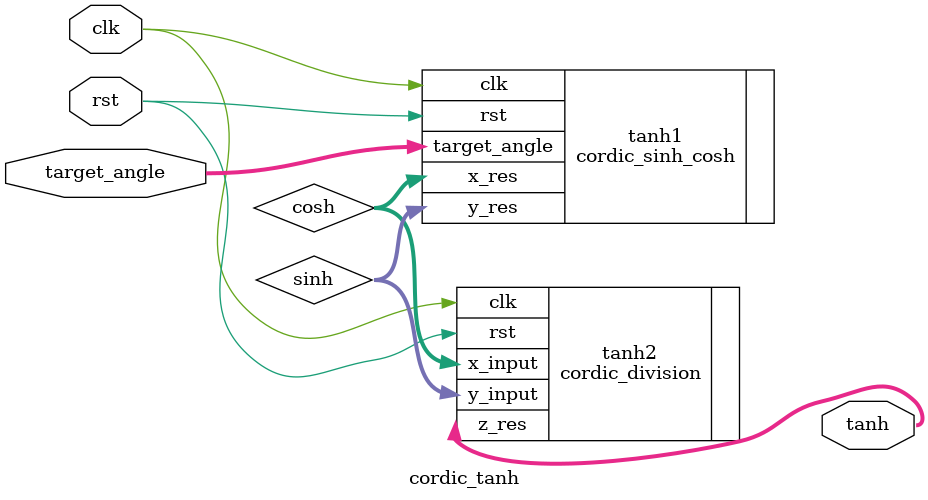
<source format=v>
`timescale 1ns / 1ps

// For tanh the inputs and outputs have the resolution of 10 bits for the integer part and 10 bits for the fractional part

module cordic_tanh(clk, rst, target_angle, tanh);
input clk,rst; 
input signed[19:0] target_angle;

output wire signed [19:0] tanh;

//wire signed [19:0] tanh1;  // temporary variable to store the result

wire signed [19:0] cosh, sinh;

cordic_sinh_cosh tanh1 (.clk(clk), .rst(rst), .target_angle(target_angle), .x_res(cosh), .y_res(sinh));
cordic_division  tanh2(.clk(clk), .rst(rst), .x_input(cosh), .y_input(sinh), .z_res(tanh));


//always@(*)
//  begin
//     if     (target_angle >= 20'b00000000010000000000)  tanh = 20'b00000000010000000000;
//     else if(target_angle <= 20'b11111111110000000000 ) tanh = 20'b11111111110000000000;
//     else                                               tanh = tanh1;
//  end


endmodule

</source>
